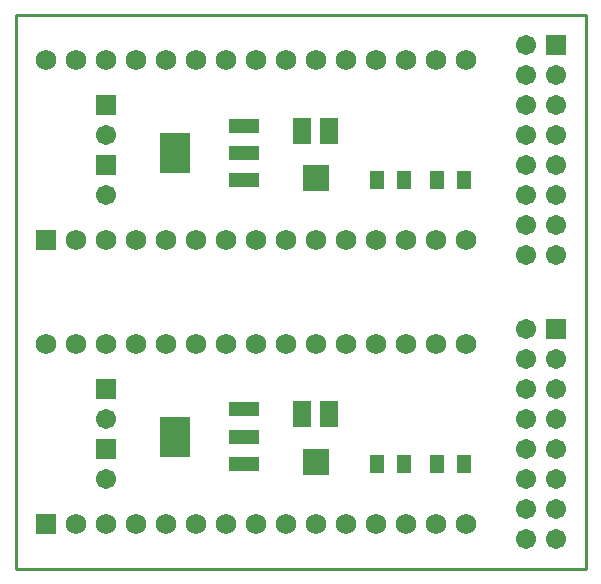
<source format=gts>
%FSDAX24Y24*%
%MOMM*%
%SFA1B1*%

%IPPOS*%
%ADD15C,0.253999*%
%ADD25R,2.602995X3.502993*%
%ADD26R,2.602995X1.202998*%
%ADD27R,1.202998X1.502997*%
%ADD28R,1.502997X2.202996*%
%ADD29R,2.202996X2.202996*%
%ADD30R,1.702997X1.702997*%
%ADD31C,1.702997*%
%ADD32R,1.726997X1.726997*%
%ADD33C,1.726997*%
%LN_4x40lcd_arduino_nano_piggyboard_(rev1.4)_-_2xpanel-1*%
%LPD*%
G54D15*
X736600Y254000D02*
Y722599D01*
X254000Y254000D02*
Y722599D01*
X736600*
X254000Y254000D02*
X736600D01*
G54D25*
X388829Y365760D03*
Y605759D03*
G54D26*
X446829Y388759D03*
Y365760D03*
Y342759D03*
Y628759D03*
Y605759D03*
Y582759D03*
G54D27*
X633799Y342900D03*
X610799D03*
X559999D03*
X582999D03*
X633799Y582899D03*
X610799D03*
X559999D03*
X582999D03*
G54D28*
X519499Y384489D03*
X496499D03*
X519499Y624489D03*
X496499D03*
G54D29*
X508000Y344489D03*
Y584489D03*
G54D30*
X330200Y406400D03*
X711200Y457200D03*
X330200Y355600D03*
Y646399D03*
X711200Y697199D03*
X330200Y595599D03*
G54D31*
X330200Y381000D03*
X685800Y279400D03*
X711200D03*
X685800Y304800D03*
X711200D03*
X685800Y330200D03*
X711200D03*
X685800Y355600D03*
X711200D03*
X685800Y381000D03*
X711200D03*
X685800Y406400D03*
X711200D03*
X685800Y431800D03*
X711200D03*
X685800Y457200D03*
X330200Y330200D03*
Y620999D03*
X685800Y519399D03*
X711200D03*
X685800Y544799D03*
X711200D03*
X685800Y570199D03*
X711200D03*
X685800Y595599D03*
X711200D03*
X685800Y620999D03*
X711200D03*
X685800Y646399D03*
X711200D03*
X685800Y671799D03*
X711200D03*
X685800Y697199D03*
X330200Y570199D03*
G54D32*
X279400Y292100D03*
Y532099D03*
G54D33*
X304800Y292100D03*
X330200D03*
X355600D03*
X381000D03*
X406400D03*
X431800D03*
X457200D03*
X482600D03*
X508000D03*
X533400D03*
X558800D03*
X584200D03*
X609600D03*
X635000D03*
Y444500D03*
X609600D03*
X584200D03*
X558800D03*
X533400D03*
X508000D03*
X482600D03*
X457200D03*
X431800D03*
X406400D03*
X381000D03*
X355600D03*
X330200D03*
X304800D03*
X279400D03*
X304800Y532099D03*
X330200D03*
X355600D03*
X381000D03*
X406400D03*
X431800D03*
X457200D03*
X482600D03*
X508000D03*
X533400D03*
X558800D03*
X584200D03*
X609600D03*
X635000D03*
Y684499D03*
X609600D03*
X584200D03*
X558800D03*
X533400D03*
X508000D03*
X482600D03*
X457200D03*
X431800D03*
X406400D03*
X381000D03*
X355600D03*
X330200D03*
X304800D03*
X279400D03*
M02*
</source>
